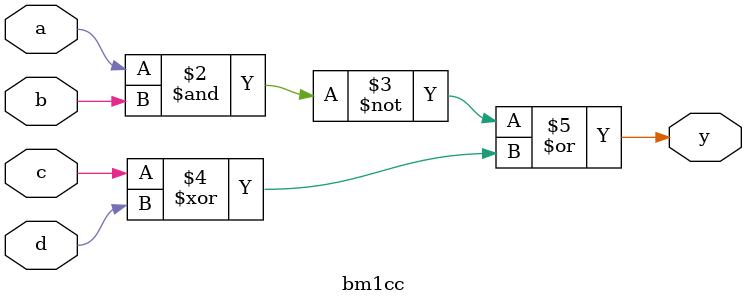
<source format=v>
module bm1cc(y,a,b,c,d);
output y;
reg y;
input a,b,c,d;
always @(a or b or c or d)
 begin
   y <= (~(a&b) |(c^d));
 end
endmodule

</source>
